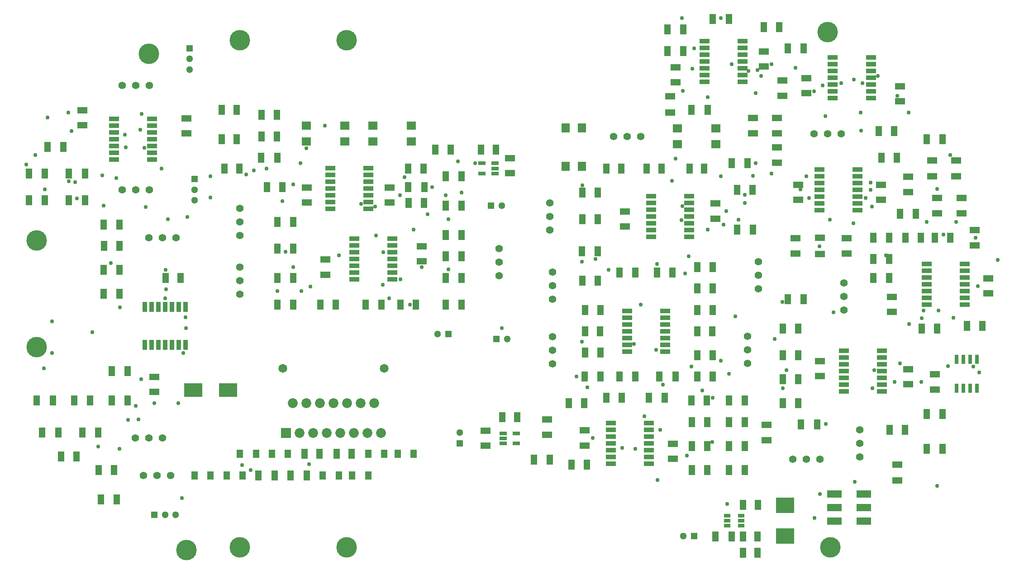
<source format=gbr>
G04*
G04 #@! TF.GenerationSoftware,Altium Limited,Altium Designer,23.9.2 (47)*
G04*
G04 Layer_Color=8388736*
%FSLAX44Y44*%
%MOMM*%
G71*
G04*
G04 #@! TF.SameCoordinates,DC7A7723-1311-43B5-9009-1713E082842B*
G04*
G04*
G04 #@! TF.FilePolarity,Negative*
G04*
G01*
G75*
%ADD30R,3.5000X2.5000*%
%ADD36R,1.9700X1.1700*%
%ADD37R,1.9000X1.2000*%
%ADD38R,1.2700X1.5200*%
%ADD39R,1.1700X1.9700*%
%ADD40R,1.2000X1.9000*%
%ADD41R,1.3000X1.9500*%
%ADD42R,1.7500X1.5500*%
%ADD43R,1.2000X1.9500*%
%ADD44R,0.8000X1.6750*%
%ADD45R,2.6900X1.4200*%
%ADD46R,1.9750X0.8500*%
%ADD47R,1.5500X1.7500*%
%ADD48R,1.4000X0.7500*%
%ADD49R,1.1900X1.9300*%
%ADD50R,1.2200X1.9700*%
%ADD51R,1.9500X1.2000*%
%ADD52R,3.3500X3.0000*%
%ADD53R,1.2000X0.7000*%
%ADD54R,0.8500X1.9750*%
%ADD55R,1.2676X1.9534*%
%ADD56R,1.3000X1.3000*%
%ADD57C,1.3000*%
%ADD58C,1.6500*%
%ADD59C,3.8500*%
%ADD60C,1.3900*%
%ADD61R,1.3000X1.3000*%
%ADD62C,1.8450*%
%ADD63R,1.8450X1.8450*%
%ADD64C,0.7500*%
D30*
X-292500Y370000D02*
D03*
X-357500D02*
D03*
D36*
X-110000Y614000D02*
D03*
Y586000D02*
D03*
X70000Y611000D02*
D03*
Y639000D02*
D03*
X-430000Y394000D02*
D03*
Y366000D02*
D03*
X10000Y749000D02*
D03*
Y721000D02*
D03*
X980000Y409000D02*
D03*
Y381000D02*
D03*
X710000Y1004000D02*
D03*
Y976000D02*
D03*
X545000Y974000D02*
D03*
Y946000D02*
D03*
X775000Y726000D02*
D03*
Y754000D02*
D03*
X540000Y269000D02*
D03*
Y241000D02*
D03*
X375000Y294000D02*
D03*
Y266000D02*
D03*
X620000Y719000D02*
D03*
Y691000D02*
D03*
X930000Y726000D02*
D03*
Y754000D02*
D03*
X450000Y704000D02*
D03*
Y676000D02*
D03*
X235000Y776000D02*
D03*
Y804000D02*
D03*
X190000Y265247D02*
D03*
Y293247D02*
D03*
X-145000Y721000D02*
D03*
Y749000D02*
D03*
X-565000Y866000D02*
D03*
Y894000D02*
D03*
X-370000Y879000D02*
D03*
Y851000D02*
D03*
X1130000Y551000D02*
D03*
Y579000D02*
D03*
X950000Y516000D02*
D03*
Y544000D02*
D03*
X965000Y911000D02*
D03*
Y939000D02*
D03*
X790000Y926000D02*
D03*
Y954000D02*
D03*
X815000Y396000D02*
D03*
Y424000D02*
D03*
D37*
X1035000Y700500D02*
D03*
Y729500D02*
D03*
X1105000Y669500D02*
D03*
Y640500D02*
D03*
X1030000Y370500D02*
D03*
Y399500D02*
D03*
X715000Y275500D02*
D03*
Y304500D02*
D03*
X305000Y314500D02*
D03*
Y285500D02*
D03*
X1080000Y729500D02*
D03*
Y700500D02*
D03*
X1025000Y799500D02*
D03*
Y770500D02*
D03*
X1070000Y799500D02*
D03*
Y770500D02*
D03*
X980000Y769500D02*
D03*
Y740500D02*
D03*
X735000Y824500D02*
D03*
Y795500D02*
D03*
X690000Y879500D02*
D03*
Y850500D02*
D03*
X770000Y654500D02*
D03*
Y625500D02*
D03*
X735000Y879500D02*
D03*
Y850500D02*
D03*
X745000Y920500D02*
D03*
Y949500D02*
D03*
X865000Y625500D02*
D03*
Y654500D02*
D03*
D38*
X-210000Y250000D02*
D03*
X-180000D02*
D03*
X-115000Y210000D02*
D03*
X-85000D02*
D03*
X-60000D02*
D03*
X-30000D02*
D03*
X55000Y250000D02*
D03*
X25000D02*
D03*
X0Y250000D02*
D03*
X-30000D02*
D03*
X-355000Y210000D02*
D03*
X-325000D02*
D03*
X-270000Y250000D02*
D03*
X-240000D02*
D03*
X-295000Y210000D02*
D03*
X-265000D02*
D03*
D39*
X-409000Y580000D02*
D03*
X-381000D02*
D03*
X586000Y480000D02*
D03*
X614000D02*
D03*
X444000Y785000D02*
D03*
X416000D02*
D03*
X209000Y820000D02*
D03*
X181000D02*
D03*
X249000Y319247D02*
D03*
X221000D02*
D03*
X-149000Y250000D02*
D03*
X-121000D02*
D03*
X699000Y155000D02*
D03*
X671000D02*
D03*
X-304000Y895000D02*
D03*
X-276000D02*
D03*
X376000Y480000D02*
D03*
X404000D02*
D03*
X-89000Y250000D02*
D03*
X-61000D02*
D03*
D40*
X115500Y660000D02*
D03*
X144500D02*
D03*
X994500Y700000D02*
D03*
X965500D02*
D03*
X614500Y600000D02*
D03*
X585500D02*
D03*
X575500Y310000D02*
D03*
X604500D02*
D03*
X1005500Y485000D02*
D03*
X1034500D02*
D03*
X975500Y655000D02*
D03*
X1004500D02*
D03*
X1059500D02*
D03*
X1030500D02*
D03*
X1090500Y490000D02*
D03*
X1119500D02*
D03*
X1044500Y325000D02*
D03*
X1015500D02*
D03*
X974500Y295000D02*
D03*
X945500D02*
D03*
X674500Y265000D02*
D03*
X645500D02*
D03*
X444500Y355000D02*
D03*
X415500D02*
D03*
X374500Y345000D02*
D03*
X345500D02*
D03*
X495500Y355000D02*
D03*
X524500D02*
D03*
X350500Y230000D02*
D03*
X379500D02*
D03*
X575500Y220000D02*
D03*
X604500D02*
D03*
Y265000D02*
D03*
X575500D02*
D03*
X674500Y220000D02*
D03*
X645500D02*
D03*
X604000Y350000D02*
D03*
X575000D02*
D03*
X399500Y740000D02*
D03*
X370500D02*
D03*
X539500Y590000D02*
D03*
X510500D02*
D03*
X689500Y745000D02*
D03*
X660500D02*
D03*
X399500Y575000D02*
D03*
X370500D02*
D03*
Y690000D02*
D03*
X399500D02*
D03*
X469500Y395000D02*
D03*
X440500D02*
D03*
X614500Y435000D02*
D03*
X585500D02*
D03*
Y560000D02*
D03*
X614500D02*
D03*
X585500Y520000D02*
D03*
X614500D02*
D03*
X585500Y395000D02*
D03*
X614500D02*
D03*
X404500Y440000D02*
D03*
X375500D02*
D03*
X404500Y520000D02*
D03*
X375500D02*
D03*
X774500Y390000D02*
D03*
X745500D02*
D03*
X1015500Y260000D02*
D03*
X1044500D02*
D03*
X774500Y345000D02*
D03*
X745500D02*
D03*
X774500Y435000D02*
D03*
X745500D02*
D03*
X915500Y580000D02*
D03*
X944500D02*
D03*
X959500Y805000D02*
D03*
X930500D02*
D03*
X1044500Y840000D02*
D03*
X1015500D02*
D03*
X954500Y855000D02*
D03*
X925500D02*
D03*
X739500Y1050000D02*
D03*
X710500D02*
D03*
X755500Y1010000D02*
D03*
X784500D02*
D03*
X755500Y540000D02*
D03*
X784500D02*
D03*
X774500Y485000D02*
D03*
X745500D02*
D03*
X30500Y530000D02*
D03*
X59500D02*
D03*
X-5500D02*
D03*
X-34500D02*
D03*
X-199500Y635000D02*
D03*
X-170500D02*
D03*
X-119500Y530000D02*
D03*
X-90500D02*
D03*
X-170500Y685000D02*
D03*
X-199500D02*
D03*
X115500Y620000D02*
D03*
X144500D02*
D03*
X115500Y530000D02*
D03*
X144500D02*
D03*
X115500Y580000D02*
D03*
X144500D02*
D03*
X45000Y785000D02*
D03*
X74000D02*
D03*
X74500Y720000D02*
D03*
X45500D02*
D03*
X-219500Y750000D02*
D03*
X-190500D02*
D03*
X-229500Y885000D02*
D03*
X-200500D02*
D03*
X-229500Y845000D02*
D03*
X-200500D02*
D03*
X-534500Y220000D02*
D03*
X-505500D02*
D03*
X-575500Y245000D02*
D03*
X-604500D02*
D03*
X-564500Y290000D02*
D03*
X-535500D02*
D03*
X-480500Y350000D02*
D03*
X-509500D02*
D03*
X-524500Y640000D02*
D03*
X-495500D02*
D03*
X95500Y820000D02*
D03*
X124500D02*
D03*
X645500Y310000D02*
D03*
X674500D02*
D03*
Y350000D02*
D03*
X645500D02*
D03*
D41*
X620000Y95000D02*
D03*
X650000D02*
D03*
D42*
X621000Y860000D02*
D03*
X549000D02*
D03*
X621000Y830000D02*
D03*
X549000D02*
D03*
X-21000Y835000D02*
D03*
X51000D02*
D03*
X-21000Y865000D02*
D03*
X51000D02*
D03*
X-74000D02*
D03*
X-146000D02*
D03*
X-74000Y835000D02*
D03*
X-146000D02*
D03*
D43*
X605000Y895000D02*
D03*
X575000D02*
D03*
X945000Y615000D02*
D03*
X915000D02*
D03*
X440000Y590000D02*
D03*
X470000D02*
D03*
X690000Y670000D02*
D03*
X660000D02*
D03*
X680000Y795000D02*
D03*
X650000D02*
D03*
X400000Y630000D02*
D03*
X370000D02*
D03*
X405000Y395000D02*
D03*
X375000D02*
D03*
X515000D02*
D03*
X545000D02*
D03*
X280000Y239247D02*
D03*
X310000D02*
D03*
X-175000Y210000D02*
D03*
X-145000D02*
D03*
X-235000D02*
D03*
X-205000D02*
D03*
X810000Y305000D02*
D03*
X780000D02*
D03*
X915000Y655000D02*
D03*
X945000D02*
D03*
X560000Y1045000D02*
D03*
X530000D02*
D03*
X560000Y1005000D02*
D03*
X530000D02*
D03*
X-200000Y580000D02*
D03*
X-170000D02*
D03*
X115000Y770000D02*
D03*
X145000D02*
D03*
X115000Y715000D02*
D03*
X145000D02*
D03*
X45000Y750000D02*
D03*
X75000D02*
D03*
X-230000Y805000D02*
D03*
X-200000D02*
D03*
X-640000Y290000D02*
D03*
X-610000D02*
D03*
X-530000Y165000D02*
D03*
X-500000D02*
D03*
X-580000Y350000D02*
D03*
X-550000D02*
D03*
X-620000D02*
D03*
X-650000D02*
D03*
X-510000Y405000D02*
D03*
X-480000D02*
D03*
X-525000Y550000D02*
D03*
X-495000D02*
D03*
X-525000Y595000D02*
D03*
X-495000D02*
D03*
X-600000Y825000D02*
D03*
X-630000D02*
D03*
X-665000Y725000D02*
D03*
X-635000D02*
D03*
X-590000Y775000D02*
D03*
X-560000D02*
D03*
X-665000D02*
D03*
X-635000D02*
D03*
X-590000Y725000D02*
D03*
X-560000D02*
D03*
X-525000Y680000D02*
D03*
X-495000D02*
D03*
X-170000Y530000D02*
D03*
X-200000D02*
D03*
D44*
X1109050Y372880D02*
D03*
X1096350D02*
D03*
X1083650D02*
D03*
X1070950D02*
D03*
Y427120D02*
D03*
X1083650D02*
D03*
X1096350D02*
D03*
X1109050D02*
D03*
D45*
X897300Y124600D02*
D03*
X842700D02*
D03*
X897300Y150000D02*
D03*
X842700D02*
D03*
X897300Y175400D02*
D03*
X842700D02*
D03*
D46*
X424380Y231900D02*
D03*
Y244600D02*
D03*
Y257300D02*
D03*
Y270000D02*
D03*
Y282700D02*
D03*
Y295400D02*
D03*
Y308100D02*
D03*
X495620D02*
D03*
Y295400D02*
D03*
Y282700D02*
D03*
Y270000D02*
D03*
Y257300D02*
D03*
Y244600D02*
D03*
Y231900D02*
D03*
X570620Y733100D02*
D03*
Y720400D02*
D03*
Y707700D02*
D03*
Y695000D02*
D03*
Y682300D02*
D03*
Y669600D02*
D03*
Y656900D02*
D03*
X499380D02*
D03*
Y669600D02*
D03*
Y682300D02*
D03*
Y695000D02*
D03*
Y707700D02*
D03*
Y720400D02*
D03*
Y733100D02*
D03*
X525620Y518100D02*
D03*
Y505400D02*
D03*
Y492700D02*
D03*
Y480000D02*
D03*
Y467300D02*
D03*
Y454600D02*
D03*
Y441900D02*
D03*
X454380D02*
D03*
Y454600D02*
D03*
Y467300D02*
D03*
Y480000D02*
D03*
Y492700D02*
D03*
Y505400D02*
D03*
Y518100D02*
D03*
X814380Y783100D02*
D03*
Y770400D02*
D03*
Y757700D02*
D03*
Y745000D02*
D03*
Y732300D02*
D03*
Y719600D02*
D03*
Y706900D02*
D03*
X885620D02*
D03*
Y719600D02*
D03*
Y732300D02*
D03*
Y745000D02*
D03*
Y757700D02*
D03*
Y770400D02*
D03*
Y783100D02*
D03*
X1015000Y606200D02*
D03*
Y593500D02*
D03*
Y580800D02*
D03*
Y568100D02*
D03*
Y555400D02*
D03*
Y542700D02*
D03*
Y530000D02*
D03*
X1086240D02*
D03*
Y542700D02*
D03*
Y555400D02*
D03*
Y568100D02*
D03*
Y580800D02*
D03*
Y593500D02*
D03*
Y606200D02*
D03*
X839380Y993100D02*
D03*
Y980400D02*
D03*
Y967700D02*
D03*
Y955000D02*
D03*
Y942300D02*
D03*
Y929600D02*
D03*
Y916900D02*
D03*
X910620D02*
D03*
Y929600D02*
D03*
Y942300D02*
D03*
Y955000D02*
D03*
Y967700D02*
D03*
Y980400D02*
D03*
Y993100D02*
D03*
X599380Y1023100D02*
D03*
Y1010400D02*
D03*
Y997700D02*
D03*
Y985000D02*
D03*
Y972300D02*
D03*
Y959600D02*
D03*
Y946900D02*
D03*
X670620D02*
D03*
Y959600D02*
D03*
Y972300D02*
D03*
Y985000D02*
D03*
Y997700D02*
D03*
Y1010400D02*
D03*
Y1023100D02*
D03*
X-100620Y785807D02*
D03*
Y773107D02*
D03*
Y760407D02*
D03*
Y747707D02*
D03*
Y735007D02*
D03*
Y722307D02*
D03*
Y709607D02*
D03*
X-29380D02*
D03*
Y722307D02*
D03*
Y735007D02*
D03*
Y747707D02*
D03*
Y760407D02*
D03*
Y773107D02*
D03*
Y785807D02*
D03*
X-55620Y653100D02*
D03*
Y640400D02*
D03*
Y627700D02*
D03*
Y615000D02*
D03*
Y602300D02*
D03*
Y589600D02*
D03*
Y576900D02*
D03*
X15620D02*
D03*
Y589600D02*
D03*
Y602300D02*
D03*
Y615000D02*
D03*
Y627700D02*
D03*
Y640400D02*
D03*
Y653100D02*
D03*
X-434380Y801900D02*
D03*
Y814600D02*
D03*
Y827300D02*
D03*
Y840000D02*
D03*
Y852700D02*
D03*
Y865400D02*
D03*
Y878100D02*
D03*
X-505620D02*
D03*
Y865400D02*
D03*
Y852700D02*
D03*
Y840000D02*
D03*
Y827300D02*
D03*
Y814600D02*
D03*
Y801900D02*
D03*
X860000Y443100D02*
D03*
Y430400D02*
D03*
Y417700D02*
D03*
Y405000D02*
D03*
Y392300D02*
D03*
Y379600D02*
D03*
Y366900D02*
D03*
X931240D02*
D03*
Y379600D02*
D03*
Y392300D02*
D03*
Y405000D02*
D03*
Y417700D02*
D03*
Y430400D02*
D03*
Y443100D02*
D03*
D47*
X339608Y861000D02*
D03*
Y789000D02*
D03*
X369608Y861000D02*
D03*
Y789000D02*
D03*
D48*
X182500Y775500D02*
D03*
Y794500D02*
D03*
X207500D02*
D03*
Y785000D02*
D03*
Y775500D02*
D03*
X247500Y288747D02*
D03*
Y269747D02*
D03*
X222500D02*
D03*
Y279247D02*
D03*
Y288747D02*
D03*
D49*
X518700Y785000D02*
D03*
X491300D02*
D03*
X-303700Y840000D02*
D03*
X-276300D02*
D03*
D50*
X598800Y785000D02*
D03*
X571200D02*
D03*
X671200Y95000D02*
D03*
X698800D02*
D03*
X671200Y65000D02*
D03*
X698800D02*
D03*
X-298800Y785000D02*
D03*
X-271200D02*
D03*
D51*
X960000Y230000D02*
D03*
Y200000D02*
D03*
X815000Y625000D02*
D03*
Y655000D02*
D03*
X535000Y890000D02*
D03*
Y920000D02*
D03*
D52*
X750000Y96500D02*
D03*
Y153500D02*
D03*
D53*
X642000Y134500D02*
D03*
Y125000D02*
D03*
Y115500D02*
D03*
X668000D02*
D03*
Y125000D02*
D03*
Y134500D02*
D03*
D54*
X-448100Y454380D02*
D03*
X-435400D02*
D03*
X-422700D02*
D03*
X-410000D02*
D03*
X-397300D02*
D03*
X-384600D02*
D03*
X-371900D02*
D03*
Y525620D02*
D03*
X-384600D02*
D03*
X-397300D02*
D03*
X-410000D02*
D03*
X-422700D02*
D03*
X-435400D02*
D03*
X-448100D02*
D03*
D55*
X644986Y1065000D02*
D03*
X615014D02*
D03*
D56*
X-430000Y136000D02*
D03*
X200000Y715000D02*
D03*
X210000Y465000D02*
D03*
X120000Y475000D02*
D03*
X580000Y96000D02*
D03*
D57*
X-410000Y136000D02*
D03*
X-390000D02*
D03*
X-355000Y745000D02*
D03*
Y725000D02*
D03*
X141000Y290000D02*
D03*
X220000Y715000D02*
D03*
X230000Y465000D02*
D03*
X100000Y475000D02*
D03*
X560000Y96000D02*
D03*
X-364000Y970000D02*
D03*
Y990000D02*
D03*
D58*
X-190000Y410000D02*
D03*
X0D02*
D03*
D59*
X-650000Y650000D02*
D03*
Y450000D02*
D03*
X-70000Y1025000D02*
D03*
X-270000D02*
D03*
X-70000Y75000D02*
D03*
X-270000D02*
D03*
X830000Y1040000D02*
D03*
X835000Y75000D02*
D03*
X-370000Y70000D02*
D03*
X-440000Y1000000D02*
D03*
D60*
X-414600Y280000D02*
D03*
X-440000D02*
D03*
X-465400D02*
D03*
X860000Y570400D02*
D03*
Y545000D02*
D03*
Y519600D02*
D03*
X700000Y559600D02*
D03*
Y585000D02*
D03*
Y610400D02*
D03*
X429200Y845000D02*
D03*
X454600D02*
D03*
X480000D02*
D03*
X315000Y470000D02*
D03*
Y444600D02*
D03*
Y419200D02*
D03*
X215000Y584200D02*
D03*
Y609600D02*
D03*
Y635000D02*
D03*
X315000Y539600D02*
D03*
Y565000D02*
D03*
Y590400D02*
D03*
X310000Y669600D02*
D03*
Y695000D02*
D03*
Y720400D02*
D03*
X-490400Y940000D02*
D03*
X-465000D02*
D03*
X-439600D02*
D03*
X890000Y244200D02*
D03*
Y269600D02*
D03*
Y295000D02*
D03*
X815400Y240000D02*
D03*
X790000D02*
D03*
X764600D02*
D03*
X680000Y470400D02*
D03*
Y445000D02*
D03*
Y419600D02*
D03*
X855400Y850000D02*
D03*
X830000D02*
D03*
X804600D02*
D03*
X-270000Y600000D02*
D03*
Y574600D02*
D03*
Y549200D02*
D03*
Y659600D02*
D03*
Y685000D02*
D03*
Y710400D02*
D03*
X-440400Y655000D02*
D03*
X-415000D02*
D03*
X-389600D02*
D03*
X-450800Y210000D02*
D03*
X-425400D02*
D03*
X-400000D02*
D03*
X-439200Y745000D02*
D03*
X-464600D02*
D03*
X-490000D02*
D03*
D61*
X-355000Y765000D02*
D03*
X141000Y270000D02*
D03*
X-364000Y1010000D02*
D03*
D62*
X-18800Y345000D02*
D03*
X-44200D02*
D03*
X-69600D02*
D03*
X-95000D02*
D03*
X-120400D02*
D03*
X-145800D02*
D03*
X-171200D02*
D03*
X-6100Y289700D02*
D03*
X-31500D02*
D03*
X-56900D02*
D03*
X-82300D02*
D03*
X-107700D02*
D03*
X-133100D02*
D03*
X-158500D02*
D03*
D63*
X-183900D02*
D03*
D64*
X878698Y951302D02*
D03*
X895000Y945000D02*
D03*
X855000D02*
D03*
X55000Y670000D02*
D03*
X81041Y698959D02*
D03*
X965000Y420000D02*
D03*
X955000Y385000D02*
D03*
X910000Y758698D02*
D03*
Y745000D02*
D03*
X900661Y729459D02*
D03*
X790000Y770000D02*
D03*
X795176Y729824D02*
D03*
X779277Y745723D02*
D03*
X725000Y775000D02*
D03*
X689661Y770774D02*
D03*
X445136Y261258D02*
D03*
X470000Y260000D02*
D03*
X1110543Y564457D02*
D03*
X1070000Y685000D02*
D03*
X145000Y740000D02*
D03*
X90000Y750000D02*
D03*
X115000Y735000D02*
D03*
X70324Y600084D02*
D03*
X804301Y929571D02*
D03*
X769357Y973207D02*
D03*
X725000Y980000D02*
D03*
X698829Y968829D02*
D03*
X681793Y967697D02*
D03*
X630000Y425000D02*
D03*
X615000Y355000D02*
D03*
X521764Y380000D02*
D03*
X595606Y369138D02*
D03*
X360000Y395000D02*
D03*
X370000Y460000D02*
D03*
X-155000Y555000D02*
D03*
X-137793Y563207D02*
D03*
X-200000Y555000D02*
D03*
X380000Y375000D02*
D03*
X390000Y280000D02*
D03*
X815000Y175000D02*
D03*
X805000Y130000D02*
D03*
X1055000Y415000D02*
D03*
X1005000Y385000D02*
D03*
X-405000Y690000D02*
D03*
X-368741Y693717D02*
D03*
X-220000Y785000D02*
D03*
X-170000Y755000D02*
D03*
X558433Y930000D02*
D03*
X580000Y1010000D02*
D03*
X576304Y972057D02*
D03*
X650000Y980000D02*
D03*
X820000Y940000D02*
D03*
X-16544Y713876D02*
D03*
X30000Y735000D02*
D03*
X120000Y690000D02*
D03*
X170000Y795000D02*
D03*
X137649Y798499D02*
D03*
X675000Y720000D02*
D03*
X640000Y705000D02*
D03*
X635000Y680000D02*
D03*
X695000Y795000D02*
D03*
X605000Y670000D02*
D03*
X662696Y688984D02*
D03*
X570000Y620000D02*
D03*
X420000Y595000D02*
D03*
X370000Y610000D02*
D03*
X395000Y615000D02*
D03*
X-385000Y345000D02*
D03*
X-430000D02*
D03*
X-370620Y485784D02*
D03*
X-375700Y439302D02*
D03*
X1065000Y505000D02*
D03*
X1037556Y518698D02*
D03*
X630000Y770000D02*
D03*
X557750Y714561D02*
D03*
X912334Y713698D02*
D03*
X-325000Y770000D02*
D03*
Y730000D02*
D03*
X-446058Y712352D02*
D03*
X-621302Y498532D02*
D03*
Y439302D02*
D03*
X-636302Y410000D02*
D03*
X-652560Y810142D02*
D03*
X1035000Y190000D02*
D03*
X880330Y198207D02*
D03*
X-250000Y220000D02*
D03*
X-265803Y229197D02*
D03*
X-140793Y230836D02*
D03*
X1015000Y685000D02*
D03*
X938736Y621928D02*
D03*
X1034254Y746793D02*
D03*
X960300Y921307D02*
D03*
X-1812Y627770D02*
D03*
X30500Y577224D02*
D03*
X-15000Y659187D02*
D03*
X-408974Y594750D02*
D03*
X-408523Y558936D02*
D03*
X-410178Y541794D02*
D03*
X9364Y541793D02*
D03*
X-585000Y855000D02*
D03*
X-590653Y889713D02*
D03*
X538207Y761868D02*
D03*
X566259Y246643D02*
D03*
X613833Y272678D02*
D03*
X516293Y295400D02*
D03*
X-170000Y600316D02*
D03*
X-184946Y628532D02*
D03*
X-85000Y622207D02*
D03*
X-2221Y567064D02*
D03*
X-479197Y314197D02*
D03*
X-465000Y340000D02*
D03*
X-495184Y260000D02*
D03*
X-460000Y315000D02*
D03*
X-455000Y390000D02*
D03*
X-535500Y263534D02*
D03*
X-546302Y478418D02*
D03*
X-630000Y880000D02*
D03*
X-483650Y824112D02*
D03*
X48226Y529980D02*
D03*
X220184Y485784D02*
D03*
X923510Y957970D02*
D03*
X480026Y529980D02*
D03*
X642078Y156346D02*
D03*
X674844Y735212D02*
D03*
X1005500Y504274D02*
D03*
X892014Y855862D02*
D03*
X1046700Y660790D02*
D03*
X1102199Y413775D02*
D03*
X510500Y605926D02*
D03*
X370500Y752992D02*
D03*
X1058892Y810142D02*
D03*
X825720Y882428D02*
D03*
X814798Y639200D02*
D03*
X-42960Y718956D02*
D03*
X-190500Y724036D02*
D03*
X-258606Y773820D02*
D03*
X-243874Y781186D02*
D03*
X-111032Y865006D02*
D03*
X562830Y587892D02*
D03*
X556480Y687968D02*
D03*
X-416340Y784742D02*
D03*
X-578138Y759342D02*
D03*
X-448598Y823350D02*
D03*
X-669451Y791981D02*
D03*
X-575090Y728862D02*
D03*
X-378494Y167506D02*
D03*
X-453538Y887358D02*
D03*
X-485555Y847861D02*
D03*
X-511082Y607450D02*
D03*
X-371900Y506358D02*
D03*
X694910Y925966D02*
D03*
X605000Y918346D02*
D03*
X981464Y889898D02*
D03*
X891506D02*
D03*
X1009362Y518804D02*
D03*
X730724Y465210D02*
D03*
X981930Y493404D02*
D03*
X575000Y413372D02*
D03*
X825974Y306460D02*
D03*
X-635000Y745880D02*
D03*
X-525000Y715094D02*
D03*
X1112994Y402980D02*
D03*
X877790Y682126D02*
D03*
X840706Y514994D02*
D03*
X38320Y768740D02*
D03*
X-146000Y822334D02*
D03*
X-156244Y794902D02*
D03*
X486884Y320684D02*
D03*
X1148300Y613292D02*
D03*
X1106644Y654948D02*
D03*
X833848Y688984D02*
D03*
X557242Y1066682D02*
D03*
X630140D02*
D03*
X705324Y957970D02*
D03*
X645500Y399932D02*
D03*
X752822Y407044D02*
D03*
X916906D02*
D03*
X913350Y373262D02*
D03*
X745500D02*
D03*
X508474Y445000D02*
D03*
X467580Y456066D02*
D03*
X657064Y508136D02*
D03*
X545304Y803284D02*
D03*
X120108Y596020D02*
D03*
X-494826Y524392D02*
D03*
X511268Y201050D02*
D03*
X744660Y535060D02*
D03*
X-500922Y766454D02*
D03*
X-456218Y857386D02*
D03*
X-590000Y760536D02*
D03*
X-527338Y771534D02*
D03*
M02*

</source>
